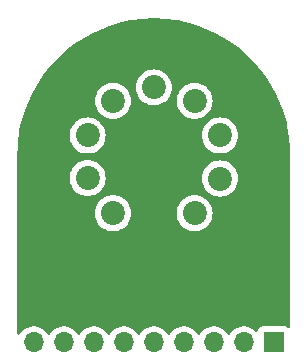
<source format=gbr>
%TF.GenerationSoftware,KiCad,Pcbnew,(6.0.5)*%
%TF.CreationDate,2023-01-12T11:55:51-05:00*%
%TF.ProjectId,12ax7_pins,31326178-375f-4706-996e-732e6b696361,rev?*%
%TF.SameCoordinates,Original*%
%TF.FileFunction,Copper,L1,Top*%
%TF.FilePolarity,Positive*%
%FSLAX46Y46*%
G04 Gerber Fmt 4.6, Leading zero omitted, Abs format (unit mm)*
G04 Created by KiCad (PCBNEW (6.0.5)) date 2023-01-12 11:55:51*
%MOMM*%
%LPD*%
G01*
G04 APERTURE LIST*
%TA.AperFunction,ComponentPad*%
%ADD10C,2.030000*%
%TD*%
%TA.AperFunction,ComponentPad*%
%ADD11O,1.700000X1.700000*%
%TD*%
%TA.AperFunction,ComponentPad*%
%ADD12R,1.700000X1.700000*%
%TD*%
G04 APERTURE END LIST*
D10*
%TO.P,U1,9,F2*%
%TO.N,/H2*%
X156560000Y-98280000D03*
%TO.P,U1,8,K*%
%TO.N,/K2*%
X154410000Y-95310000D03*
%TO.P,U1,7,G*%
%TO.N,/G2*%
X154410000Y-91700000D03*
%TO.P,U1,6,A*%
%TO.N,/A2*%
X156560000Y-88770000D03*
%TO.P,U1,5,F1*%
%TO.N,/H3*%
X160020000Y-87630000D03*
%TO.P,U1,4,F1*%
%TO.N,/H1*%
X163470000Y-88770000D03*
%TO.P,U1,3,K*%
%TO.N,/K1*%
X165620000Y-91700000D03*
%TO.P,U1,2,G*%
%TO.N,/G1*%
X165620000Y-95350000D03*
%TO.P,U1,1,A*%
%TO.N,/A1*%
X163470000Y-98280000D03*
%TD*%
D11*
%TO.P,J1,9,Pin_9*%
%TO.N,/A2*%
X149850000Y-109220000D03*
%TO.P,J1,8,Pin_8*%
%TO.N,/G2*%
X152390000Y-109220000D03*
%TO.P,J1,7,Pin_7*%
%TO.N,/K2*%
X154930000Y-109220000D03*
%TO.P,J1,6,Pin_6*%
%TO.N,/H2*%
X157470000Y-109220000D03*
%TO.P,J1,5,Pin_5*%
%TO.N,/H3*%
X160010000Y-109220000D03*
%TO.P,J1,4,Pin_4*%
%TO.N,/A1*%
X162550000Y-109220000D03*
%TO.P,J1,3,Pin_3*%
%TO.N,/G1*%
X165090000Y-109220000D03*
%TO.P,J1,2,Pin_2*%
%TO.N,/K1*%
X167630000Y-109220000D03*
D12*
%TO.P,J1,1,Pin_1*%
%TO.N,/H1*%
X170170000Y-109220000D03*
%TD*%
%TA.AperFunction,NonConductor*%
G36*
X160402087Y-81799618D02*
G01*
X160688292Y-81807946D01*
X160695592Y-81808371D01*
X161098655Y-81843634D01*
X161357980Y-81866322D01*
X161365259Y-81867173D01*
X161568013Y-81896872D01*
X162023152Y-81963540D01*
X162030344Y-81964808D01*
X162437415Y-82048862D01*
X162681517Y-82099265D01*
X162688648Y-82100955D01*
X163330897Y-82273044D01*
X163337919Y-82275146D01*
X163969081Y-82484291D01*
X163975968Y-82486798D01*
X164593888Y-82732282D01*
X164600618Y-82735185D01*
X165203232Y-83016188D01*
X165209782Y-83019478D01*
X165795017Y-83335034D01*
X165801364Y-83338698D01*
X166367283Y-83687762D01*
X166373407Y-83691790D01*
X166918071Y-84073168D01*
X166923933Y-84077532D01*
X167123460Y-84235298D01*
X167445502Y-84489936D01*
X167451116Y-84494647D01*
X167947816Y-84936673D01*
X167953147Y-84941703D01*
X168423297Y-85411853D01*
X168428327Y-85417184D01*
X168870353Y-85913884D01*
X168875064Y-85919498D01*
X169079301Y-86177797D01*
X169247935Y-86391069D01*
X169287461Y-86441058D01*
X169291832Y-86446929D01*
X169488627Y-86727981D01*
X169673210Y-86991593D01*
X169677238Y-86997717D01*
X170026302Y-87563636D01*
X170029966Y-87569983D01*
X170345522Y-88155218D01*
X170348812Y-88161768D01*
X170629815Y-88764382D01*
X170632718Y-88771112D01*
X170878202Y-89389032D01*
X170880709Y-89395919D01*
X171089854Y-90027081D01*
X171091956Y-90034103D01*
X171264045Y-90676352D01*
X171265735Y-90683483D01*
X171316138Y-90927585D01*
X171400192Y-91334656D01*
X171401462Y-91341858D01*
X171497827Y-91999741D01*
X171498678Y-92007020D01*
X171555115Y-92652091D01*
X171556629Y-92669400D01*
X171557054Y-92676708D01*
X171572555Y-93209396D01*
X171575192Y-93300031D01*
X171573744Y-93323085D01*
X171572690Y-93329850D01*
X171572690Y-93329856D01*
X171571309Y-93338724D01*
X171572473Y-93347626D01*
X171572473Y-93347628D01*
X171575436Y-93370283D01*
X171576500Y-93386621D01*
X171576500Y-107899673D01*
X171556498Y-107967794D01*
X171502842Y-108014287D01*
X171432568Y-108024391D01*
X171374935Y-108000499D01*
X171331297Y-107967794D01*
X171266705Y-107919385D01*
X171130316Y-107868255D01*
X171068134Y-107861500D01*
X169271866Y-107861500D01*
X169209684Y-107868255D01*
X169073295Y-107919385D01*
X168956739Y-108006739D01*
X168869385Y-108123295D01*
X168866233Y-108131703D01*
X168824919Y-108241907D01*
X168782277Y-108298671D01*
X168715716Y-108323371D01*
X168646367Y-108308163D01*
X168613743Y-108282476D01*
X168563151Y-108226875D01*
X168563142Y-108226866D01*
X168559670Y-108223051D01*
X168555619Y-108219852D01*
X168555615Y-108219848D01*
X168388414Y-108087800D01*
X168388410Y-108087798D01*
X168384359Y-108084598D01*
X168188789Y-107976638D01*
X168183920Y-107974914D01*
X168183916Y-107974912D01*
X167983087Y-107903795D01*
X167983083Y-107903794D01*
X167978212Y-107902069D01*
X167973119Y-107901162D01*
X167973116Y-107901161D01*
X167763373Y-107863800D01*
X167763367Y-107863799D01*
X167758284Y-107862894D01*
X167684452Y-107861992D01*
X167540081Y-107860228D01*
X167540079Y-107860228D01*
X167534911Y-107860165D01*
X167314091Y-107893955D01*
X167101756Y-107963357D01*
X167071443Y-107979137D01*
X167003921Y-108014287D01*
X166903607Y-108066507D01*
X166899474Y-108069610D01*
X166899471Y-108069612D01*
X166729100Y-108197530D01*
X166724965Y-108200635D01*
X166685525Y-108241907D01*
X166631280Y-108298671D01*
X166570629Y-108362138D01*
X166463201Y-108519621D01*
X166408293Y-108564621D01*
X166337768Y-108572792D01*
X166274021Y-108541538D01*
X166253324Y-108517054D01*
X166172822Y-108392617D01*
X166172820Y-108392614D01*
X166170014Y-108388277D01*
X166019670Y-108223051D01*
X166015619Y-108219852D01*
X166015615Y-108219848D01*
X165848414Y-108087800D01*
X165848410Y-108087798D01*
X165844359Y-108084598D01*
X165648789Y-107976638D01*
X165643920Y-107974914D01*
X165643916Y-107974912D01*
X165443087Y-107903795D01*
X165443083Y-107903794D01*
X165438212Y-107902069D01*
X165433119Y-107901162D01*
X165433116Y-107901161D01*
X165223373Y-107863800D01*
X165223367Y-107863799D01*
X165218284Y-107862894D01*
X165144452Y-107861992D01*
X165000081Y-107860228D01*
X165000079Y-107860228D01*
X164994911Y-107860165D01*
X164774091Y-107893955D01*
X164561756Y-107963357D01*
X164531443Y-107979137D01*
X164463921Y-108014287D01*
X164363607Y-108066507D01*
X164359474Y-108069610D01*
X164359471Y-108069612D01*
X164189100Y-108197530D01*
X164184965Y-108200635D01*
X164145525Y-108241907D01*
X164091280Y-108298671D01*
X164030629Y-108362138D01*
X163923201Y-108519621D01*
X163868293Y-108564621D01*
X163797768Y-108572792D01*
X163734021Y-108541538D01*
X163713324Y-108517054D01*
X163632822Y-108392617D01*
X163632820Y-108392614D01*
X163630014Y-108388277D01*
X163479670Y-108223051D01*
X163475619Y-108219852D01*
X163475615Y-108219848D01*
X163308414Y-108087800D01*
X163308410Y-108087798D01*
X163304359Y-108084598D01*
X163108789Y-107976638D01*
X163103920Y-107974914D01*
X163103916Y-107974912D01*
X162903087Y-107903795D01*
X162903083Y-107903794D01*
X162898212Y-107902069D01*
X162893119Y-107901162D01*
X162893116Y-107901161D01*
X162683373Y-107863800D01*
X162683367Y-107863799D01*
X162678284Y-107862894D01*
X162604452Y-107861992D01*
X162460081Y-107860228D01*
X162460079Y-107860228D01*
X162454911Y-107860165D01*
X162234091Y-107893955D01*
X162021756Y-107963357D01*
X161991443Y-107979137D01*
X161923921Y-108014287D01*
X161823607Y-108066507D01*
X161819474Y-108069610D01*
X161819471Y-108069612D01*
X161649100Y-108197530D01*
X161644965Y-108200635D01*
X161605525Y-108241907D01*
X161551280Y-108298671D01*
X161490629Y-108362138D01*
X161383201Y-108519621D01*
X161328293Y-108564621D01*
X161257768Y-108572792D01*
X161194021Y-108541538D01*
X161173324Y-108517054D01*
X161092822Y-108392617D01*
X161092820Y-108392614D01*
X161090014Y-108388277D01*
X160939670Y-108223051D01*
X160935619Y-108219852D01*
X160935615Y-108219848D01*
X160768414Y-108087800D01*
X160768410Y-108087798D01*
X160764359Y-108084598D01*
X160568789Y-107976638D01*
X160563920Y-107974914D01*
X160563916Y-107974912D01*
X160363087Y-107903795D01*
X160363083Y-107903794D01*
X160358212Y-107902069D01*
X160353119Y-107901162D01*
X160353116Y-107901161D01*
X160143373Y-107863800D01*
X160143367Y-107863799D01*
X160138284Y-107862894D01*
X160064452Y-107861992D01*
X159920081Y-107860228D01*
X159920079Y-107860228D01*
X159914911Y-107860165D01*
X159694091Y-107893955D01*
X159481756Y-107963357D01*
X159451443Y-107979137D01*
X159383921Y-108014287D01*
X159283607Y-108066507D01*
X159279474Y-108069610D01*
X159279471Y-108069612D01*
X159109100Y-108197530D01*
X159104965Y-108200635D01*
X159065525Y-108241907D01*
X159011280Y-108298671D01*
X158950629Y-108362138D01*
X158843201Y-108519621D01*
X158788293Y-108564621D01*
X158717768Y-108572792D01*
X158654021Y-108541538D01*
X158633324Y-108517054D01*
X158552822Y-108392617D01*
X158552820Y-108392614D01*
X158550014Y-108388277D01*
X158399670Y-108223051D01*
X158395619Y-108219852D01*
X158395615Y-108219848D01*
X158228414Y-108087800D01*
X158228410Y-108087798D01*
X158224359Y-108084598D01*
X158028789Y-107976638D01*
X158023920Y-107974914D01*
X158023916Y-107974912D01*
X157823087Y-107903795D01*
X157823083Y-107903794D01*
X157818212Y-107902069D01*
X157813119Y-107901162D01*
X157813116Y-107901161D01*
X157603373Y-107863800D01*
X157603367Y-107863799D01*
X157598284Y-107862894D01*
X157524452Y-107861992D01*
X157380081Y-107860228D01*
X157380079Y-107860228D01*
X157374911Y-107860165D01*
X157154091Y-107893955D01*
X156941756Y-107963357D01*
X156911443Y-107979137D01*
X156843921Y-108014287D01*
X156743607Y-108066507D01*
X156739474Y-108069610D01*
X156739471Y-108069612D01*
X156569100Y-108197530D01*
X156564965Y-108200635D01*
X156525525Y-108241907D01*
X156471280Y-108298671D01*
X156410629Y-108362138D01*
X156303201Y-108519621D01*
X156248293Y-108564621D01*
X156177768Y-108572792D01*
X156114021Y-108541538D01*
X156093324Y-108517054D01*
X156012822Y-108392617D01*
X156012820Y-108392614D01*
X156010014Y-108388277D01*
X155859670Y-108223051D01*
X155855619Y-108219852D01*
X155855615Y-108219848D01*
X155688414Y-108087800D01*
X155688410Y-108087798D01*
X155684359Y-108084598D01*
X155488789Y-107976638D01*
X155483920Y-107974914D01*
X155483916Y-107974912D01*
X155283087Y-107903795D01*
X155283083Y-107903794D01*
X155278212Y-107902069D01*
X155273119Y-107901162D01*
X155273116Y-107901161D01*
X155063373Y-107863800D01*
X155063367Y-107863799D01*
X155058284Y-107862894D01*
X154984452Y-107861992D01*
X154840081Y-107860228D01*
X154840079Y-107860228D01*
X154834911Y-107860165D01*
X154614091Y-107893955D01*
X154401756Y-107963357D01*
X154371443Y-107979137D01*
X154303921Y-108014287D01*
X154203607Y-108066507D01*
X154199474Y-108069610D01*
X154199471Y-108069612D01*
X154029100Y-108197530D01*
X154024965Y-108200635D01*
X153985525Y-108241907D01*
X153931280Y-108298671D01*
X153870629Y-108362138D01*
X153763201Y-108519621D01*
X153708293Y-108564621D01*
X153637768Y-108572792D01*
X153574021Y-108541538D01*
X153553324Y-108517054D01*
X153472822Y-108392617D01*
X153472820Y-108392614D01*
X153470014Y-108388277D01*
X153319670Y-108223051D01*
X153315619Y-108219852D01*
X153315615Y-108219848D01*
X153148414Y-108087800D01*
X153148410Y-108087798D01*
X153144359Y-108084598D01*
X152948789Y-107976638D01*
X152943920Y-107974914D01*
X152943916Y-107974912D01*
X152743087Y-107903795D01*
X152743083Y-107903794D01*
X152738212Y-107902069D01*
X152733119Y-107901162D01*
X152733116Y-107901161D01*
X152523373Y-107863800D01*
X152523367Y-107863799D01*
X152518284Y-107862894D01*
X152444452Y-107861992D01*
X152300081Y-107860228D01*
X152300079Y-107860228D01*
X152294911Y-107860165D01*
X152074091Y-107893955D01*
X151861756Y-107963357D01*
X151831443Y-107979137D01*
X151763921Y-108014287D01*
X151663607Y-108066507D01*
X151659474Y-108069610D01*
X151659471Y-108069612D01*
X151489100Y-108197530D01*
X151484965Y-108200635D01*
X151445525Y-108241907D01*
X151391280Y-108298671D01*
X151330629Y-108362138D01*
X151223201Y-108519621D01*
X151168293Y-108564621D01*
X151097768Y-108572792D01*
X151034021Y-108541538D01*
X151013324Y-108517054D01*
X150932822Y-108392617D01*
X150932820Y-108392614D01*
X150930014Y-108388277D01*
X150779670Y-108223051D01*
X150775619Y-108219852D01*
X150775615Y-108219848D01*
X150608414Y-108087800D01*
X150608410Y-108087798D01*
X150604359Y-108084598D01*
X150408789Y-107976638D01*
X150403920Y-107974914D01*
X150403916Y-107974912D01*
X150203087Y-107903795D01*
X150203083Y-107903794D01*
X150198212Y-107902069D01*
X150193119Y-107901162D01*
X150193116Y-107901161D01*
X149983373Y-107863800D01*
X149983367Y-107863799D01*
X149978284Y-107862894D01*
X149904452Y-107861992D01*
X149760081Y-107860228D01*
X149760079Y-107860228D01*
X149754911Y-107860165D01*
X149534091Y-107893955D01*
X149321756Y-107963357D01*
X149291443Y-107979137D01*
X149223921Y-108014287D01*
X149123607Y-108066507D01*
X149119474Y-108069610D01*
X149119471Y-108069612D01*
X148949100Y-108197530D01*
X148944965Y-108200635D01*
X148905525Y-108241907D01*
X148851280Y-108298671D01*
X148790629Y-108362138D01*
X148787720Y-108366403D01*
X148787714Y-108366411D01*
X148693588Y-108504395D01*
X148638677Y-108549398D01*
X148568152Y-108557569D01*
X148504405Y-108526315D01*
X148467675Y-108465558D01*
X148463500Y-108433391D01*
X148463500Y-98280000D01*
X155031789Y-98280000D01*
X155050604Y-98519065D01*
X155106585Y-98752243D01*
X155198354Y-98973793D01*
X155323651Y-99178260D01*
X155326858Y-99182015D01*
X155326861Y-99182019D01*
X155476184Y-99356852D01*
X155479392Y-99360608D01*
X155483148Y-99363816D01*
X155657981Y-99513139D01*
X155657985Y-99513142D01*
X155661740Y-99516349D01*
X155866207Y-99641646D01*
X155870777Y-99643539D01*
X155870781Y-99643541D01*
X156083184Y-99731521D01*
X156087757Y-99733415D01*
X156168781Y-99752867D01*
X156316122Y-99788241D01*
X156316128Y-99788242D01*
X156320935Y-99789396D01*
X156560000Y-99808211D01*
X156799065Y-99789396D01*
X156803872Y-99788242D01*
X156803878Y-99788241D01*
X156951219Y-99752867D01*
X157032243Y-99733415D01*
X157036816Y-99731521D01*
X157249219Y-99643541D01*
X157249223Y-99643539D01*
X157253793Y-99641646D01*
X157458260Y-99516349D01*
X157462015Y-99513142D01*
X157462019Y-99513139D01*
X157636852Y-99363816D01*
X157640608Y-99360608D01*
X157643816Y-99356852D01*
X157793139Y-99182019D01*
X157793142Y-99182015D01*
X157796349Y-99178260D01*
X157921646Y-98973793D01*
X158013415Y-98752243D01*
X158069396Y-98519065D01*
X158088211Y-98280000D01*
X161941789Y-98280000D01*
X161960604Y-98519065D01*
X162016585Y-98752243D01*
X162108354Y-98973793D01*
X162233651Y-99178260D01*
X162236858Y-99182015D01*
X162236861Y-99182019D01*
X162386184Y-99356852D01*
X162389392Y-99360608D01*
X162393148Y-99363816D01*
X162567981Y-99513139D01*
X162567985Y-99513142D01*
X162571740Y-99516349D01*
X162776207Y-99641646D01*
X162780777Y-99643539D01*
X162780781Y-99643541D01*
X162993184Y-99731521D01*
X162997757Y-99733415D01*
X163078781Y-99752867D01*
X163226122Y-99788241D01*
X163226128Y-99788242D01*
X163230935Y-99789396D01*
X163470000Y-99808211D01*
X163709065Y-99789396D01*
X163713872Y-99788242D01*
X163713878Y-99788241D01*
X163861219Y-99752867D01*
X163942243Y-99733415D01*
X163946816Y-99731521D01*
X164159219Y-99643541D01*
X164159223Y-99643539D01*
X164163793Y-99641646D01*
X164368260Y-99516349D01*
X164372015Y-99513142D01*
X164372019Y-99513139D01*
X164546852Y-99363816D01*
X164550608Y-99360608D01*
X164553816Y-99356852D01*
X164703139Y-99182019D01*
X164703142Y-99182015D01*
X164706349Y-99178260D01*
X164831646Y-98973793D01*
X164923415Y-98752243D01*
X164979396Y-98519065D01*
X164998211Y-98280000D01*
X164979396Y-98040935D01*
X164923415Y-97807757D01*
X164831646Y-97586207D01*
X164706349Y-97381740D01*
X164703142Y-97377985D01*
X164703139Y-97377981D01*
X164553816Y-97203148D01*
X164550608Y-97199392D01*
X164546852Y-97196184D01*
X164372019Y-97046861D01*
X164372015Y-97046858D01*
X164368260Y-97043651D01*
X164163793Y-96918354D01*
X164159223Y-96916461D01*
X164159219Y-96916459D01*
X163946816Y-96828479D01*
X163946814Y-96828478D01*
X163942243Y-96826585D01*
X163837844Y-96801521D01*
X163713878Y-96771759D01*
X163713872Y-96771758D01*
X163709065Y-96770604D01*
X163470000Y-96751789D01*
X163230935Y-96770604D01*
X163226128Y-96771758D01*
X163226122Y-96771759D01*
X163102156Y-96801521D01*
X162997757Y-96826585D01*
X162993186Y-96828478D01*
X162993184Y-96828479D01*
X162780781Y-96916459D01*
X162780777Y-96916461D01*
X162776207Y-96918354D01*
X162571740Y-97043651D01*
X162567985Y-97046858D01*
X162567981Y-97046861D01*
X162393148Y-97196184D01*
X162389392Y-97199392D01*
X162386184Y-97203148D01*
X162236861Y-97377981D01*
X162236858Y-97377985D01*
X162233651Y-97381740D01*
X162108354Y-97586207D01*
X162016585Y-97807757D01*
X161960604Y-98040935D01*
X161941789Y-98280000D01*
X158088211Y-98280000D01*
X158069396Y-98040935D01*
X158013415Y-97807757D01*
X157921646Y-97586207D01*
X157796349Y-97381740D01*
X157793142Y-97377985D01*
X157793139Y-97377981D01*
X157643816Y-97203148D01*
X157640608Y-97199392D01*
X157636852Y-97196184D01*
X157462019Y-97046861D01*
X157462015Y-97046858D01*
X157458260Y-97043651D01*
X157253793Y-96918354D01*
X157249223Y-96916461D01*
X157249219Y-96916459D01*
X157036816Y-96828479D01*
X157036814Y-96828478D01*
X157032243Y-96826585D01*
X156927844Y-96801521D01*
X156803878Y-96771759D01*
X156803872Y-96771758D01*
X156799065Y-96770604D01*
X156560000Y-96751789D01*
X156320935Y-96770604D01*
X156316128Y-96771758D01*
X156316122Y-96771759D01*
X156192156Y-96801521D01*
X156087757Y-96826585D01*
X156083186Y-96828478D01*
X156083184Y-96828479D01*
X155870781Y-96916459D01*
X155870777Y-96916461D01*
X155866207Y-96918354D01*
X155661740Y-97043651D01*
X155657985Y-97046858D01*
X155657981Y-97046861D01*
X155483148Y-97196184D01*
X155479392Y-97199392D01*
X155476184Y-97203148D01*
X155326861Y-97377981D01*
X155326858Y-97377985D01*
X155323651Y-97381740D01*
X155198354Y-97586207D01*
X155106585Y-97807757D01*
X155050604Y-98040935D01*
X155031789Y-98280000D01*
X148463500Y-98280000D01*
X148463500Y-95310000D01*
X152881789Y-95310000D01*
X152900604Y-95549065D01*
X152901758Y-95553872D01*
X152901759Y-95553878D01*
X152937133Y-95701219D01*
X152956585Y-95782243D01*
X152958478Y-95786814D01*
X152958479Y-95786816D01*
X152973154Y-95822243D01*
X153048354Y-96003793D01*
X153173651Y-96208260D01*
X153176858Y-96212015D01*
X153176861Y-96212019D01*
X153204215Y-96244046D01*
X153329392Y-96390608D01*
X153333148Y-96393816D01*
X153507981Y-96543139D01*
X153507985Y-96543142D01*
X153511740Y-96546349D01*
X153716207Y-96671646D01*
X153720777Y-96673539D01*
X153720781Y-96673541D01*
X153817350Y-96713541D01*
X153937757Y-96763415D01*
X154018781Y-96782867D01*
X154166122Y-96818241D01*
X154166128Y-96818242D01*
X154170935Y-96819396D01*
X154410000Y-96838211D01*
X154649065Y-96819396D01*
X154653872Y-96818242D01*
X154653878Y-96818241D01*
X154801219Y-96782867D01*
X154882243Y-96763415D01*
X155002650Y-96713541D01*
X155099219Y-96673541D01*
X155099223Y-96673539D01*
X155103793Y-96671646D01*
X155308260Y-96546349D01*
X155312015Y-96543142D01*
X155312019Y-96543139D01*
X155486852Y-96393816D01*
X155490608Y-96390608D01*
X155615785Y-96244046D01*
X155643139Y-96212019D01*
X155643142Y-96212015D01*
X155646349Y-96208260D01*
X155771646Y-96003793D01*
X155846847Y-95822243D01*
X155861521Y-95786816D01*
X155861522Y-95786814D01*
X155863415Y-95782243D01*
X155882867Y-95701219D01*
X155918241Y-95553878D01*
X155918242Y-95553872D01*
X155919396Y-95549065D01*
X155935063Y-95350000D01*
X164091789Y-95350000D01*
X164110604Y-95589065D01*
X164166585Y-95822243D01*
X164168478Y-95826814D01*
X164168479Y-95826816D01*
X164239891Y-95999219D01*
X164258354Y-96043793D01*
X164383651Y-96248260D01*
X164386858Y-96252015D01*
X164386861Y-96252019D01*
X164507968Y-96393816D01*
X164539392Y-96430608D01*
X164543148Y-96433816D01*
X164717981Y-96583139D01*
X164717985Y-96583142D01*
X164721740Y-96586349D01*
X164926207Y-96711646D01*
X164930777Y-96713539D01*
X164930781Y-96713541D01*
X165143184Y-96801521D01*
X165147757Y-96803415D01*
X165209512Y-96818241D01*
X165376122Y-96858241D01*
X165376128Y-96858242D01*
X165380935Y-96859396D01*
X165620000Y-96878211D01*
X165859065Y-96859396D01*
X165863872Y-96858242D01*
X165863878Y-96858241D01*
X166030488Y-96818241D01*
X166092243Y-96803415D01*
X166096816Y-96801521D01*
X166309219Y-96713541D01*
X166309223Y-96713539D01*
X166313793Y-96711646D01*
X166518260Y-96586349D01*
X166522015Y-96583142D01*
X166522019Y-96583139D01*
X166696852Y-96433816D01*
X166700608Y-96430608D01*
X166732032Y-96393816D01*
X166853139Y-96252019D01*
X166853142Y-96252015D01*
X166856349Y-96248260D01*
X166981646Y-96043793D01*
X167000110Y-95999219D01*
X167071521Y-95826816D01*
X167071522Y-95826814D01*
X167073415Y-95822243D01*
X167129396Y-95589065D01*
X167148211Y-95350000D01*
X167129396Y-95110935D01*
X167120978Y-95075869D01*
X167074570Y-94882569D01*
X167073415Y-94877757D01*
X167058840Y-94842569D01*
X166983541Y-94660781D01*
X166983539Y-94660777D01*
X166981646Y-94656207D01*
X166856349Y-94451740D01*
X166853142Y-94447985D01*
X166853139Y-94447981D01*
X166703816Y-94273148D01*
X166700608Y-94269392D01*
X166658172Y-94233148D01*
X166522019Y-94116861D01*
X166522015Y-94116858D01*
X166518260Y-94113651D01*
X166313793Y-93988354D01*
X166309223Y-93986461D01*
X166309219Y-93986459D01*
X166096816Y-93898479D01*
X166096814Y-93898478D01*
X166092243Y-93896585D01*
X166011219Y-93877133D01*
X165863878Y-93841759D01*
X165863872Y-93841758D01*
X165859065Y-93840604D01*
X165620000Y-93821789D01*
X165380935Y-93840604D01*
X165376128Y-93841758D01*
X165376122Y-93841759D01*
X165228781Y-93877133D01*
X165147757Y-93896585D01*
X165143186Y-93898478D01*
X165143184Y-93898479D01*
X164930781Y-93986459D01*
X164930777Y-93986461D01*
X164926207Y-93988354D01*
X164721740Y-94113651D01*
X164717985Y-94116858D01*
X164717981Y-94116861D01*
X164581828Y-94233148D01*
X164539392Y-94269392D01*
X164536184Y-94273148D01*
X164386861Y-94447981D01*
X164386858Y-94447985D01*
X164383651Y-94451740D01*
X164258354Y-94656207D01*
X164256461Y-94660777D01*
X164256459Y-94660781D01*
X164181160Y-94842569D01*
X164166585Y-94877757D01*
X164165430Y-94882569D01*
X164119023Y-95075869D01*
X164110604Y-95110935D01*
X164091789Y-95350000D01*
X155935063Y-95350000D01*
X155938211Y-95310000D01*
X155919396Y-95070935D01*
X155863415Y-94837757D01*
X155861521Y-94833184D01*
X155773541Y-94620781D01*
X155773539Y-94620777D01*
X155771646Y-94616207D01*
X155646349Y-94411740D01*
X155643142Y-94407985D01*
X155643139Y-94407981D01*
X155493816Y-94233148D01*
X155490608Y-94229392D01*
X155486852Y-94226184D01*
X155312019Y-94076861D01*
X155312015Y-94076858D01*
X155308260Y-94073651D01*
X155103793Y-93948354D01*
X155099223Y-93946461D01*
X155099219Y-93946459D01*
X154886816Y-93858479D01*
X154886814Y-93858478D01*
X154882243Y-93856585D01*
X154801219Y-93837133D01*
X154653878Y-93801759D01*
X154653872Y-93801758D01*
X154649065Y-93800604D01*
X154410000Y-93781789D01*
X154170935Y-93800604D01*
X154166128Y-93801758D01*
X154166122Y-93801759D01*
X154018781Y-93837133D01*
X153937757Y-93856585D01*
X153933186Y-93858478D01*
X153933184Y-93858479D01*
X153720781Y-93946459D01*
X153720777Y-93946461D01*
X153716207Y-93948354D01*
X153511740Y-94073651D01*
X153507985Y-94076858D01*
X153507981Y-94076861D01*
X153333148Y-94226184D01*
X153329392Y-94229392D01*
X153326184Y-94233148D01*
X153176861Y-94407981D01*
X153176858Y-94407985D01*
X153173651Y-94411740D01*
X153048354Y-94616207D01*
X153046461Y-94620777D01*
X153046459Y-94620781D01*
X152958479Y-94833184D01*
X152956585Y-94837757D01*
X152900604Y-95070935D01*
X152881789Y-95310000D01*
X148463500Y-95310000D01*
X148463500Y-93398250D01*
X148465246Y-93377345D01*
X148467770Y-93362344D01*
X148467770Y-93362341D01*
X148468576Y-93357552D01*
X148468729Y-93345000D01*
X148465917Y-93325363D01*
X148464698Y-93303842D01*
X148479922Y-92780608D01*
X148482946Y-92676708D01*
X148483371Y-92669400D01*
X148484886Y-92652091D01*
X148541322Y-92007020D01*
X148542173Y-91999741D01*
X148586078Y-91700000D01*
X152881789Y-91700000D01*
X152900604Y-91939065D01*
X152901758Y-91943872D01*
X152901759Y-91943878D01*
X152937133Y-92091219D01*
X152956585Y-92172243D01*
X153048354Y-92393793D01*
X153173651Y-92598260D01*
X153176858Y-92602015D01*
X153176861Y-92602019D01*
X153237527Y-92673049D01*
X153329392Y-92780608D01*
X153333148Y-92783816D01*
X153507981Y-92933139D01*
X153507985Y-92933142D01*
X153511740Y-92936349D01*
X153716207Y-93061646D01*
X153720777Y-93063539D01*
X153720781Y-93063541D01*
X153933184Y-93151521D01*
X153937757Y-93153415D01*
X154018781Y-93172867D01*
X154166122Y-93208241D01*
X154166128Y-93208242D01*
X154170935Y-93209396D01*
X154410000Y-93228211D01*
X154649065Y-93209396D01*
X154653872Y-93208242D01*
X154653878Y-93208241D01*
X154801219Y-93172867D01*
X154882243Y-93153415D01*
X154886816Y-93151521D01*
X155099219Y-93063541D01*
X155099223Y-93063539D01*
X155103793Y-93061646D01*
X155308260Y-92936349D01*
X155312015Y-92933142D01*
X155312019Y-92933139D01*
X155486852Y-92783816D01*
X155490608Y-92780608D01*
X155582473Y-92673049D01*
X155643139Y-92602019D01*
X155643142Y-92602015D01*
X155646349Y-92598260D01*
X155771646Y-92393793D01*
X155863415Y-92172243D01*
X155882867Y-92091219D01*
X155918241Y-91943878D01*
X155918242Y-91943872D01*
X155919396Y-91939065D01*
X155938211Y-91700000D01*
X164091789Y-91700000D01*
X164110604Y-91939065D01*
X164111758Y-91943872D01*
X164111759Y-91943878D01*
X164147133Y-92091219D01*
X164166585Y-92172243D01*
X164258354Y-92393793D01*
X164383651Y-92598260D01*
X164386858Y-92602015D01*
X164386861Y-92602019D01*
X164447527Y-92673049D01*
X164539392Y-92780608D01*
X164543148Y-92783816D01*
X164717981Y-92933139D01*
X164717985Y-92933142D01*
X164721740Y-92936349D01*
X164926207Y-93061646D01*
X164930777Y-93063539D01*
X164930781Y-93063541D01*
X165143184Y-93151521D01*
X165147757Y-93153415D01*
X165228781Y-93172867D01*
X165376122Y-93208241D01*
X165376128Y-93208242D01*
X165380935Y-93209396D01*
X165620000Y-93228211D01*
X165859065Y-93209396D01*
X165863872Y-93208242D01*
X165863878Y-93208241D01*
X166011219Y-93172867D01*
X166092243Y-93153415D01*
X166096816Y-93151521D01*
X166309219Y-93063541D01*
X166309223Y-93063539D01*
X166313793Y-93061646D01*
X166518260Y-92936349D01*
X166522015Y-92933142D01*
X166522019Y-92933139D01*
X166696852Y-92783816D01*
X166700608Y-92780608D01*
X166792473Y-92673049D01*
X166853139Y-92602019D01*
X166853142Y-92602015D01*
X166856349Y-92598260D01*
X166981646Y-92393793D01*
X167073415Y-92172243D01*
X167092867Y-92091219D01*
X167128241Y-91943878D01*
X167128242Y-91943872D01*
X167129396Y-91939065D01*
X167148211Y-91700000D01*
X167129396Y-91460935D01*
X167073415Y-91227757D01*
X166981646Y-91006207D01*
X166856349Y-90801740D01*
X166853142Y-90797985D01*
X166853139Y-90797981D01*
X166703816Y-90623148D01*
X166700608Y-90619392D01*
X166671310Y-90594369D01*
X166522019Y-90466861D01*
X166522015Y-90466858D01*
X166518260Y-90463651D01*
X166313793Y-90338354D01*
X166309223Y-90336461D01*
X166309219Y-90336459D01*
X166096816Y-90248479D01*
X166096814Y-90248478D01*
X166092243Y-90246585D01*
X165987844Y-90221521D01*
X165863878Y-90191759D01*
X165863872Y-90191758D01*
X165859065Y-90190604D01*
X165620000Y-90171789D01*
X165380935Y-90190604D01*
X165376128Y-90191758D01*
X165376122Y-90191759D01*
X165252156Y-90221521D01*
X165147757Y-90246585D01*
X165143186Y-90248478D01*
X165143184Y-90248479D01*
X164930781Y-90336459D01*
X164930777Y-90336461D01*
X164926207Y-90338354D01*
X164721740Y-90463651D01*
X164717985Y-90466858D01*
X164717981Y-90466861D01*
X164568690Y-90594369D01*
X164539392Y-90619392D01*
X164536184Y-90623148D01*
X164386861Y-90797981D01*
X164386858Y-90797985D01*
X164383651Y-90801740D01*
X164258354Y-91006207D01*
X164166585Y-91227757D01*
X164110604Y-91460935D01*
X164091789Y-91700000D01*
X155938211Y-91700000D01*
X155919396Y-91460935D01*
X155863415Y-91227757D01*
X155771646Y-91006207D01*
X155646349Y-90801740D01*
X155643142Y-90797985D01*
X155643139Y-90797981D01*
X155493816Y-90623148D01*
X155490608Y-90619392D01*
X155461310Y-90594369D01*
X155312019Y-90466861D01*
X155312015Y-90466858D01*
X155308260Y-90463651D01*
X155103793Y-90338354D01*
X155099223Y-90336461D01*
X155099219Y-90336459D01*
X154886816Y-90248479D01*
X154886814Y-90248478D01*
X154882243Y-90246585D01*
X154777844Y-90221521D01*
X154653878Y-90191759D01*
X154653872Y-90191758D01*
X154649065Y-90190604D01*
X154410000Y-90171789D01*
X154170935Y-90190604D01*
X154166128Y-90191758D01*
X154166122Y-90191759D01*
X154042156Y-90221521D01*
X153937757Y-90246585D01*
X153933186Y-90248478D01*
X153933184Y-90248479D01*
X153720781Y-90336459D01*
X153720777Y-90336461D01*
X153716207Y-90338354D01*
X153511740Y-90463651D01*
X153507985Y-90466858D01*
X153507981Y-90466861D01*
X153358690Y-90594369D01*
X153329392Y-90619392D01*
X153326184Y-90623148D01*
X153176861Y-90797981D01*
X153176858Y-90797985D01*
X153173651Y-90801740D01*
X153048354Y-91006207D01*
X152956585Y-91227757D01*
X152900604Y-91460935D01*
X152881789Y-91700000D01*
X148586078Y-91700000D01*
X148638538Y-91341858D01*
X148639808Y-91334656D01*
X148723862Y-90927585D01*
X148774265Y-90683483D01*
X148775955Y-90676352D01*
X148948044Y-90034103D01*
X148950146Y-90027081D01*
X149159291Y-89395919D01*
X149161798Y-89389032D01*
X149407282Y-88771112D01*
X149407762Y-88770000D01*
X155031789Y-88770000D01*
X155050604Y-89009065D01*
X155106585Y-89242243D01*
X155108478Y-89246814D01*
X155108479Y-89246816D01*
X155170240Y-89395919D01*
X155198354Y-89463793D01*
X155323651Y-89668260D01*
X155326858Y-89672015D01*
X155326861Y-89672019D01*
X155476184Y-89846852D01*
X155479392Y-89850608D01*
X155483148Y-89853816D01*
X155657981Y-90003139D01*
X155657985Y-90003142D01*
X155661740Y-90006349D01*
X155866207Y-90131646D01*
X155870777Y-90133539D01*
X155870781Y-90133541D01*
X156083184Y-90221521D01*
X156087757Y-90223415D01*
X156168781Y-90242867D01*
X156316122Y-90278241D01*
X156316128Y-90278242D01*
X156320935Y-90279396D01*
X156560000Y-90298211D01*
X156799065Y-90279396D01*
X156803872Y-90278242D01*
X156803878Y-90278241D01*
X156951219Y-90242867D01*
X157032243Y-90223415D01*
X157036816Y-90221521D01*
X157249219Y-90133541D01*
X157249223Y-90133539D01*
X157253793Y-90131646D01*
X157458260Y-90006349D01*
X157462015Y-90003142D01*
X157462019Y-90003139D01*
X157636852Y-89853816D01*
X157640608Y-89850608D01*
X157643816Y-89846852D01*
X157793139Y-89672019D01*
X157793142Y-89672015D01*
X157796349Y-89668260D01*
X157921646Y-89463793D01*
X157949761Y-89395919D01*
X158011521Y-89246816D01*
X158011522Y-89246814D01*
X158013415Y-89242243D01*
X158069396Y-89009065D01*
X158088211Y-88770000D01*
X158069396Y-88530935D01*
X158067743Y-88524046D01*
X158020679Y-88328013D01*
X158013415Y-88297757D01*
X157955713Y-88158452D01*
X157923541Y-88080781D01*
X157923539Y-88080777D01*
X157921646Y-88076207D01*
X157796349Y-87871740D01*
X157793142Y-87867985D01*
X157793139Y-87867981D01*
X157643816Y-87693148D01*
X157640608Y-87689392D01*
X157576842Y-87634930D01*
X157571070Y-87630000D01*
X158491789Y-87630000D01*
X158510604Y-87869065D01*
X158511758Y-87873872D01*
X158511759Y-87873878D01*
X158536490Y-87976888D01*
X158566585Y-88102243D01*
X158568478Y-88106814D01*
X158568479Y-88106816D01*
X158649563Y-88302569D01*
X158658354Y-88323793D01*
X158783651Y-88528260D01*
X158786858Y-88532015D01*
X158786861Y-88532019D01*
X158854896Y-88611677D01*
X158939392Y-88710608D01*
X158943148Y-88713816D01*
X159117981Y-88863139D01*
X159117985Y-88863142D01*
X159121740Y-88866349D01*
X159326207Y-88991646D01*
X159330777Y-88993539D01*
X159330781Y-88993541D01*
X159543184Y-89081521D01*
X159547757Y-89083415D01*
X159628781Y-89102867D01*
X159776122Y-89138241D01*
X159776128Y-89138242D01*
X159780935Y-89139396D01*
X160020000Y-89158211D01*
X160259065Y-89139396D01*
X160263872Y-89138242D01*
X160263878Y-89138241D01*
X160411219Y-89102867D01*
X160492243Y-89083415D01*
X160496816Y-89081521D01*
X160709219Y-88993541D01*
X160709223Y-88993539D01*
X160713793Y-88991646D01*
X160918260Y-88866349D01*
X160922015Y-88863142D01*
X160922019Y-88863139D01*
X161031070Y-88770000D01*
X161941789Y-88770000D01*
X161960604Y-89009065D01*
X162016585Y-89242243D01*
X162018478Y-89246814D01*
X162018479Y-89246816D01*
X162080240Y-89395919D01*
X162108354Y-89463793D01*
X162233651Y-89668260D01*
X162236858Y-89672015D01*
X162236861Y-89672019D01*
X162386184Y-89846852D01*
X162389392Y-89850608D01*
X162393148Y-89853816D01*
X162567981Y-90003139D01*
X162567985Y-90003142D01*
X162571740Y-90006349D01*
X162776207Y-90131646D01*
X162780777Y-90133539D01*
X162780781Y-90133541D01*
X162993184Y-90221521D01*
X162997757Y-90223415D01*
X163078781Y-90242867D01*
X163226122Y-90278241D01*
X163226128Y-90278242D01*
X163230935Y-90279396D01*
X163470000Y-90298211D01*
X163709065Y-90279396D01*
X163713872Y-90278242D01*
X163713878Y-90278241D01*
X163861219Y-90242867D01*
X163942243Y-90223415D01*
X163946816Y-90221521D01*
X164159219Y-90133541D01*
X164159223Y-90133539D01*
X164163793Y-90131646D01*
X164368260Y-90006349D01*
X164372015Y-90003142D01*
X164372019Y-90003139D01*
X164546852Y-89853816D01*
X164550608Y-89850608D01*
X164553816Y-89846852D01*
X164703139Y-89672019D01*
X164703142Y-89672015D01*
X164706349Y-89668260D01*
X164831646Y-89463793D01*
X164859761Y-89395919D01*
X164921521Y-89246816D01*
X164921522Y-89246814D01*
X164923415Y-89242243D01*
X164979396Y-89009065D01*
X164998211Y-88770000D01*
X164979396Y-88530935D01*
X164977743Y-88524046D01*
X164930679Y-88328013D01*
X164923415Y-88297757D01*
X164865713Y-88158452D01*
X164833541Y-88080781D01*
X164833539Y-88080777D01*
X164831646Y-88076207D01*
X164706349Y-87871740D01*
X164703142Y-87867985D01*
X164703139Y-87867981D01*
X164553816Y-87693148D01*
X164550608Y-87689392D01*
X164486842Y-87634930D01*
X164372019Y-87536861D01*
X164372015Y-87536858D01*
X164368260Y-87533651D01*
X164163793Y-87408354D01*
X164159223Y-87406461D01*
X164159219Y-87406459D01*
X163946816Y-87318479D01*
X163946814Y-87318478D01*
X163942243Y-87316585D01*
X163861219Y-87297133D01*
X163713878Y-87261759D01*
X163713872Y-87261758D01*
X163709065Y-87260604D01*
X163470000Y-87241789D01*
X163230935Y-87260604D01*
X163226128Y-87261758D01*
X163226122Y-87261759D01*
X163078781Y-87297133D01*
X162997757Y-87316585D01*
X162993186Y-87318478D01*
X162993184Y-87318479D01*
X162780781Y-87406459D01*
X162780777Y-87406461D01*
X162776207Y-87408354D01*
X162571740Y-87533651D01*
X162567985Y-87536858D01*
X162567981Y-87536861D01*
X162453158Y-87634930D01*
X162389392Y-87689392D01*
X162386184Y-87693148D01*
X162236861Y-87867981D01*
X162236858Y-87867985D01*
X162233651Y-87871740D01*
X162108354Y-88076207D01*
X162106461Y-88080777D01*
X162106459Y-88080781D01*
X162074287Y-88158452D01*
X162016585Y-88297757D01*
X162009321Y-88328013D01*
X161962258Y-88524046D01*
X161960604Y-88530935D01*
X161941789Y-88770000D01*
X161031070Y-88770000D01*
X161096852Y-88713816D01*
X161100608Y-88710608D01*
X161185104Y-88611677D01*
X161253139Y-88532019D01*
X161253142Y-88532015D01*
X161256349Y-88528260D01*
X161381646Y-88323793D01*
X161390438Y-88302569D01*
X161471521Y-88106816D01*
X161471522Y-88106814D01*
X161473415Y-88102243D01*
X161503510Y-87976888D01*
X161528241Y-87873878D01*
X161528242Y-87873872D01*
X161529396Y-87869065D01*
X161548211Y-87630000D01*
X161529396Y-87390935D01*
X161473415Y-87157757D01*
X161471521Y-87153184D01*
X161383541Y-86940781D01*
X161383539Y-86940777D01*
X161381646Y-86936207D01*
X161256349Y-86731740D01*
X161253142Y-86727985D01*
X161253139Y-86727981D01*
X161103816Y-86553148D01*
X161100608Y-86549392D01*
X161096852Y-86546184D01*
X160922019Y-86396861D01*
X160922015Y-86396858D01*
X160918260Y-86393651D01*
X160713793Y-86268354D01*
X160709223Y-86266461D01*
X160709219Y-86266459D01*
X160496816Y-86178479D01*
X160496814Y-86178478D01*
X160492243Y-86176585D01*
X160411219Y-86157133D01*
X160263878Y-86121759D01*
X160263872Y-86121758D01*
X160259065Y-86120604D01*
X160020000Y-86101789D01*
X159780935Y-86120604D01*
X159776128Y-86121758D01*
X159776122Y-86121759D01*
X159628781Y-86157133D01*
X159547757Y-86176585D01*
X159543186Y-86178478D01*
X159543184Y-86178479D01*
X159330781Y-86266459D01*
X159330777Y-86266461D01*
X159326207Y-86268354D01*
X159121740Y-86393651D01*
X159117985Y-86396858D01*
X159117981Y-86396861D01*
X158943148Y-86546184D01*
X158939392Y-86549392D01*
X158936184Y-86553148D01*
X158786861Y-86727981D01*
X158786858Y-86727985D01*
X158783651Y-86731740D01*
X158658354Y-86936207D01*
X158656461Y-86940777D01*
X158656459Y-86940781D01*
X158568479Y-87153184D01*
X158566585Y-87157757D01*
X158510604Y-87390935D01*
X158491789Y-87630000D01*
X157571070Y-87630000D01*
X157462019Y-87536861D01*
X157462015Y-87536858D01*
X157458260Y-87533651D01*
X157253793Y-87408354D01*
X157249223Y-87406461D01*
X157249219Y-87406459D01*
X157036816Y-87318479D01*
X157036814Y-87318478D01*
X157032243Y-87316585D01*
X156951219Y-87297133D01*
X156803878Y-87261759D01*
X156803872Y-87261758D01*
X156799065Y-87260604D01*
X156560000Y-87241789D01*
X156320935Y-87260604D01*
X156316128Y-87261758D01*
X156316122Y-87261759D01*
X156168781Y-87297133D01*
X156087757Y-87316585D01*
X156083186Y-87318478D01*
X156083184Y-87318479D01*
X155870781Y-87406459D01*
X155870777Y-87406461D01*
X155866207Y-87408354D01*
X155661740Y-87533651D01*
X155657985Y-87536858D01*
X155657981Y-87536861D01*
X155543158Y-87634930D01*
X155479392Y-87689392D01*
X155476184Y-87693148D01*
X155326861Y-87867981D01*
X155326858Y-87867985D01*
X155323651Y-87871740D01*
X155198354Y-88076207D01*
X155196461Y-88080777D01*
X155196459Y-88080781D01*
X155164287Y-88158452D01*
X155106585Y-88297757D01*
X155099321Y-88328013D01*
X155052258Y-88524046D01*
X155050604Y-88530935D01*
X155031789Y-88770000D01*
X149407762Y-88770000D01*
X149410185Y-88764382D01*
X149691188Y-88161768D01*
X149694478Y-88155218D01*
X150010034Y-87569983D01*
X150013698Y-87563636D01*
X150362762Y-86997717D01*
X150366790Y-86991593D01*
X150551373Y-86727981D01*
X150748168Y-86446929D01*
X150752539Y-86441058D01*
X150792066Y-86391069D01*
X150960699Y-86177797D01*
X151164936Y-85919498D01*
X151169647Y-85913884D01*
X151611673Y-85417184D01*
X151616703Y-85411853D01*
X152086853Y-84941703D01*
X152092184Y-84936673D01*
X152588884Y-84494647D01*
X152594498Y-84489936D01*
X152916540Y-84235298D01*
X153116067Y-84077532D01*
X153121929Y-84073168D01*
X153666593Y-83691790D01*
X153672717Y-83687762D01*
X154238636Y-83338698D01*
X154244983Y-83335034D01*
X154830218Y-83019478D01*
X154836768Y-83016188D01*
X155439382Y-82735185D01*
X155446112Y-82732282D01*
X156064032Y-82486798D01*
X156070919Y-82484291D01*
X156702081Y-82275146D01*
X156709103Y-82273044D01*
X157351352Y-82100955D01*
X157358483Y-82099265D01*
X157602585Y-82048862D01*
X158009656Y-81964808D01*
X158016848Y-81963540D01*
X158471987Y-81896872D01*
X158674741Y-81867173D01*
X158682020Y-81866322D01*
X158941345Y-81843634D01*
X159344408Y-81808371D01*
X159351708Y-81807946D01*
X159637913Y-81799618D01*
X160016335Y-81788607D01*
X160023665Y-81788607D01*
X160402087Y-81799618D01*
G37*
%TD.AperFunction*%
M02*

</source>
